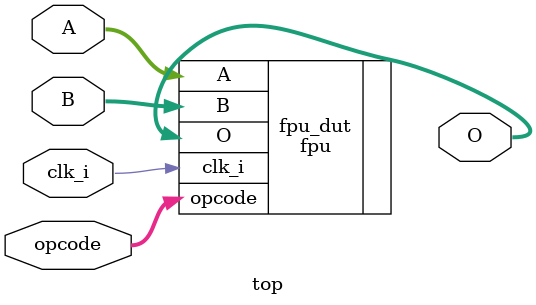
<source format=sv>

`default_nettype none

module top
(
  input logic        clk_i,
  input logic [31:0] A, B,
  input logic [1 :0] opcode,
  output logic[31:0] O
);

  fpu fpu_dut (
    .clk_i(clk_i),
    .A(A),
    .B(B),
    .opcode(opcode),
    .O(O)
    );
endmodule : top


</source>
